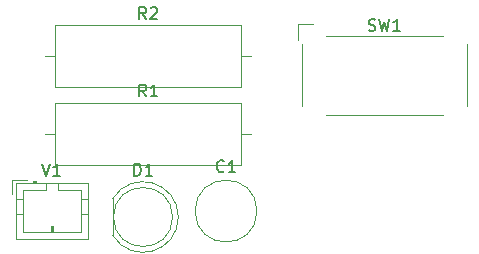
<source format=gbr>
%TF.GenerationSoftware,KiCad,Pcbnew,(6.0.10)*%
%TF.CreationDate,2023-02-23T17:47:46-08:00*%
%TF.ProjectId,exercise_1,65786572-6369-4736-955f-312e6b696361,rev?*%
%TF.SameCoordinates,Original*%
%TF.FileFunction,Legend,Top*%
%TF.FilePolarity,Positive*%
%FSLAX46Y46*%
G04 Gerber Fmt 4.6, Leading zero omitted, Abs format (unit mm)*
G04 Created by KiCad (PCBNEW (6.0.10)) date 2023-02-23 17:47:46*
%MOMM*%
%LPD*%
G01*
G04 APERTURE LIST*
%ADD10C,0.150000*%
%ADD11C,0.120000*%
G04 APERTURE END LIST*
D10*
%TO.C,C1*%
X145613333Y-93127142D02*
X145565714Y-93174761D01*
X145422857Y-93222380D01*
X145327619Y-93222380D01*
X145184761Y-93174761D01*
X145089523Y-93079523D01*
X145041904Y-92984285D01*
X144994285Y-92793809D01*
X144994285Y-92650952D01*
X145041904Y-92460476D01*
X145089523Y-92365238D01*
X145184761Y-92270000D01*
X145327619Y-92222380D01*
X145422857Y-92222380D01*
X145565714Y-92270000D01*
X145613333Y-92317619D01*
X146565714Y-93222380D02*
X145994285Y-93222380D01*
X146280000Y-93222380D02*
X146280000Y-92222380D01*
X146184761Y-92365238D01*
X146089523Y-92460476D01*
X145994285Y-92508095D01*
%TO.C,SW1*%
X157851666Y-81209761D02*
X157994523Y-81257380D01*
X158232619Y-81257380D01*
X158327857Y-81209761D01*
X158375476Y-81162142D01*
X158423095Y-81066904D01*
X158423095Y-80971666D01*
X158375476Y-80876428D01*
X158327857Y-80828809D01*
X158232619Y-80781190D01*
X158042142Y-80733571D01*
X157946904Y-80685952D01*
X157899285Y-80638333D01*
X157851666Y-80543095D01*
X157851666Y-80447857D01*
X157899285Y-80352619D01*
X157946904Y-80305000D01*
X158042142Y-80257380D01*
X158280238Y-80257380D01*
X158423095Y-80305000D01*
X158756428Y-80257380D02*
X158994523Y-81257380D01*
X159185000Y-80543095D01*
X159375476Y-81257380D01*
X159613571Y-80257380D01*
X160518333Y-81257380D02*
X159946904Y-81257380D01*
X160232619Y-81257380D02*
X160232619Y-80257380D01*
X160137380Y-80400238D01*
X160042142Y-80495476D01*
X159946904Y-80543095D01*
%TO.C,D1*%
X138011904Y-93512380D02*
X138011904Y-92512380D01*
X138250000Y-92512380D01*
X138392857Y-92560000D01*
X138488095Y-92655238D01*
X138535714Y-92750476D01*
X138583333Y-92940952D01*
X138583333Y-93083809D01*
X138535714Y-93274285D01*
X138488095Y-93369523D01*
X138392857Y-93464761D01*
X138250000Y-93512380D01*
X138011904Y-93512380D01*
X139535714Y-93512380D02*
X138964285Y-93512380D01*
X139250000Y-93512380D02*
X139250000Y-92512380D01*
X139154761Y-92655238D01*
X139059523Y-92750476D01*
X138964285Y-92798095D01*
%TO.C,R2*%
X139023333Y-80252380D02*
X138690000Y-79776190D01*
X138451904Y-80252380D02*
X138451904Y-79252380D01*
X138832857Y-79252380D01*
X138928095Y-79300000D01*
X138975714Y-79347619D01*
X139023333Y-79442857D01*
X139023333Y-79585714D01*
X138975714Y-79680952D01*
X138928095Y-79728571D01*
X138832857Y-79776190D01*
X138451904Y-79776190D01*
X139404285Y-79347619D02*
X139451904Y-79300000D01*
X139547142Y-79252380D01*
X139785238Y-79252380D01*
X139880476Y-79300000D01*
X139928095Y-79347619D01*
X139975714Y-79442857D01*
X139975714Y-79538095D01*
X139928095Y-79680952D01*
X139356666Y-80252380D01*
X139975714Y-80252380D01*
%TO.C,V1*%
X130220476Y-92522380D02*
X130553809Y-93522380D01*
X130887142Y-92522380D01*
X131744285Y-93522380D02*
X131172857Y-93522380D01*
X131458571Y-93522380D02*
X131458571Y-92522380D01*
X131363333Y-92665238D01*
X131268095Y-92760476D01*
X131172857Y-92808095D01*
%TO.C,R1*%
X139023333Y-86802380D02*
X138690000Y-86326190D01*
X138451904Y-86802380D02*
X138451904Y-85802380D01*
X138832857Y-85802380D01*
X138928095Y-85850000D01*
X138975714Y-85897619D01*
X139023333Y-85992857D01*
X139023333Y-86135714D01*
X138975714Y-86230952D01*
X138928095Y-86278571D01*
X138832857Y-86326190D01*
X138451904Y-86326190D01*
X139975714Y-86802380D02*
X139404285Y-86802380D01*
X139690000Y-86802380D02*
X139690000Y-85802380D01*
X139594761Y-85945238D01*
X139499523Y-86040476D01*
X139404285Y-86088095D01*
D11*
%TO.C,C1*%
X148400000Y-96520000D02*
G75*
G03*
X148400000Y-96520000I-2620000J0D01*
G01*
%TO.C,SW1*%
X151885000Y-82005000D02*
X151885000Y-80705000D01*
X152185000Y-87605000D02*
X152185000Y-82405000D01*
X154235000Y-81655000D02*
X164135000Y-81655000D01*
X166185000Y-82405000D02*
X166185000Y-87605000D01*
X151885000Y-80705000D02*
X153185000Y-80705000D01*
X164135000Y-88355000D02*
X154235000Y-88355000D01*
%TO.C,D1*%
X136190000Y-95475000D02*
X136190000Y-98565000D01*
X141740000Y-97020462D02*
G75*
G03*
X136190000Y-95475170I-2990000J462D01*
G01*
X136190000Y-98564830D02*
G75*
G03*
X141740000Y-97019538I2560000J1544830D01*
G01*
X141250000Y-97020000D02*
G75*
G03*
X141250000Y-97020000I-2500000J0D01*
G01*
%TO.C,R2*%
X147910000Y-83420000D02*
X147060000Y-83420000D01*
X130470000Y-83420000D02*
X131320000Y-83420000D01*
X131320000Y-80800000D02*
X131320000Y-86040000D01*
X147060000Y-80800000D02*
X131320000Y-80800000D01*
X147060000Y-86040000D02*
X147060000Y-80800000D01*
X131320000Y-86040000D02*
X147060000Y-86040000D01*
%TO.C,V1*%
X128580000Y-98270000D02*
X133480000Y-98270000D01*
X127970000Y-98880000D02*
X134090000Y-98880000D01*
X128580000Y-94770000D02*
X128580000Y-98270000D01*
X127970000Y-95470000D02*
X128580000Y-95470000D01*
X131030000Y-98270000D02*
X131030000Y-97770000D01*
X130530000Y-94160000D02*
X130530000Y-94770000D01*
X129730000Y-94160000D02*
X129730000Y-93960000D01*
X129730000Y-93960000D02*
X129430000Y-93960000D01*
X134090000Y-95470000D02*
X133480000Y-95470000D01*
X127970000Y-96770000D02*
X128580000Y-96770000D01*
X130930000Y-97770000D02*
X131130000Y-97770000D01*
X134090000Y-98880000D02*
X134090000Y-94160000D01*
X129430000Y-93960000D02*
X129430000Y-94160000D01*
X128920000Y-93860000D02*
X127670000Y-93860000D01*
X133480000Y-94770000D02*
X131530000Y-94770000D01*
X134090000Y-94160000D02*
X127970000Y-94160000D01*
X134090000Y-96770000D02*
X133480000Y-96770000D01*
X130930000Y-98270000D02*
X130930000Y-97770000D01*
X127670000Y-93860000D02*
X127670000Y-95110000D01*
X127970000Y-94160000D02*
X127970000Y-98880000D01*
X130530000Y-94770000D02*
X128580000Y-94770000D01*
X131530000Y-94770000D02*
X131530000Y-94160000D01*
X133480000Y-98270000D02*
X133480000Y-94770000D01*
X131130000Y-97770000D02*
X131130000Y-98270000D01*
X129730000Y-94060000D02*
X129430000Y-94060000D01*
%TO.C,R1*%
X131320000Y-87350000D02*
X131320000Y-92590000D01*
X131320000Y-92590000D02*
X147060000Y-92590000D01*
X130470000Y-89970000D02*
X131320000Y-89970000D01*
X147910000Y-89970000D02*
X147060000Y-89970000D01*
X147060000Y-87350000D02*
X131320000Y-87350000D01*
X147060000Y-92590000D02*
X147060000Y-87350000D01*
%TD*%
M02*

</source>
